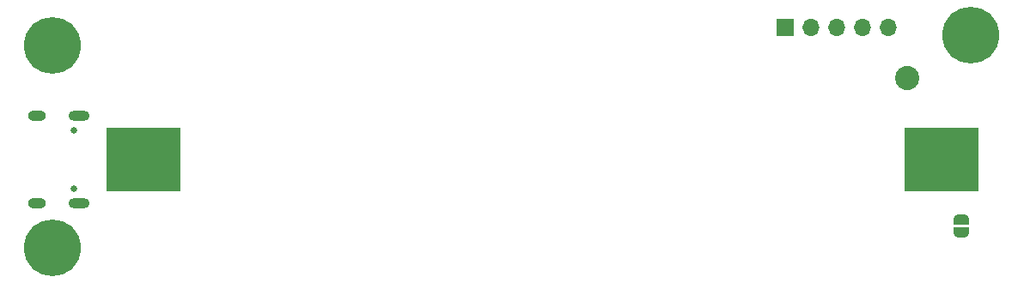
<source format=gbs>
%TF.GenerationSoftware,KiCad,Pcbnew,8.0.8*%
%TF.CreationDate,2025-04-24T21:45:02+02:00*%
%TF.ProjectId,LD2420_Radar_ESP32,4c443234-3230-45f5-9261-6461725f4553,rev?*%
%TF.SameCoordinates,Original*%
%TF.FileFunction,Soldermask,Bot*%
%TF.FilePolarity,Negative*%
%FSLAX46Y46*%
G04 Gerber Fmt 4.6, Leading zero omitted, Abs format (unit mm)*
G04 Created by KiCad (PCBNEW 8.0.8) date 2025-04-24 21:45:02*
%MOMM*%
%LPD*%
G01*
G04 APERTURE LIST*
G04 Aperture macros list*
%AMFreePoly0*
4,1,19,0.500000,-0.750000,0.000000,-0.750000,0.000000,-0.744911,-0.071157,-0.744911,-0.207708,-0.704816,-0.327430,-0.627875,-0.420627,-0.520320,-0.479746,-0.390866,-0.500000,-0.250000,-0.500000,0.250000,-0.479746,0.390866,-0.420627,0.520320,-0.327430,0.627875,-0.207708,0.704816,-0.071157,0.744911,0.000000,0.744911,0.000000,0.750000,0.500000,0.750000,0.500000,-0.750000,0.500000,-0.750000,
$1*%
%AMFreePoly1*
4,1,19,0.000000,0.744911,0.071157,0.744911,0.207708,0.704816,0.327430,0.627875,0.420627,0.520320,0.479746,0.390866,0.500000,0.250000,0.500000,-0.250000,0.479746,-0.390866,0.420627,-0.520320,0.327430,-0.627875,0.207708,-0.704816,0.071157,-0.744911,0.000000,-0.744911,0.000000,-0.750000,-0.500000,-0.750000,-0.500000,0.750000,0.000000,0.750000,0.000000,0.744911,0.000000,0.744911,
$1*%
G04 Aperture macros list end*
%ADD10C,3.600000*%
%ADD11C,5.600000*%
%ADD12C,0.650000*%
%ADD13O,2.100000X1.000000*%
%ADD14O,1.800000X1.000000*%
%ADD15R,1.700000X1.700000*%
%ADD16O,1.700000X1.700000*%
%ADD17C,2.390000*%
%ADD18R,7.340000X6.350000*%
%ADD19FreePoly0,90.000000*%
%ADD20FreePoly1,90.000000*%
G04 APERTURE END LIST*
D10*
%TO.C,H2*%
X222000000Y-101750000D03*
D11*
X222000000Y-101750000D03*
%TD*%
D10*
%TO.C,H1*%
X131500000Y-102750000D03*
D11*
X131500000Y-102750000D03*
%TD*%
D12*
%TO.C,USB_C1*%
X133605000Y-111110000D03*
X133605000Y-116890000D03*
D13*
X134105000Y-109680000D03*
D14*
X129925000Y-109680000D03*
D13*
X134105000Y-118320000D03*
D14*
X129925000Y-118320000D03*
%TD*%
D10*
%TO.C,H3*%
X131500000Y-122750000D03*
D11*
X131500000Y-122750000D03*
%TD*%
D15*
%TO.C,LD2420*%
X203675000Y-101000000D03*
D16*
X206215000Y-101000000D03*
X208755000Y-101000000D03*
X211295000Y-101000000D03*
X213835000Y-101000000D03*
%TD*%
D17*
%TO.C,BT1*%
X215680000Y-106000000D03*
D18*
X219080000Y-114000000D03*
X140420000Y-114000000D03*
%TD*%
D19*
%TO.C,JP1*%
X221000000Y-121250000D03*
D20*
X221000000Y-119950000D03*
%TD*%
M02*

</source>
